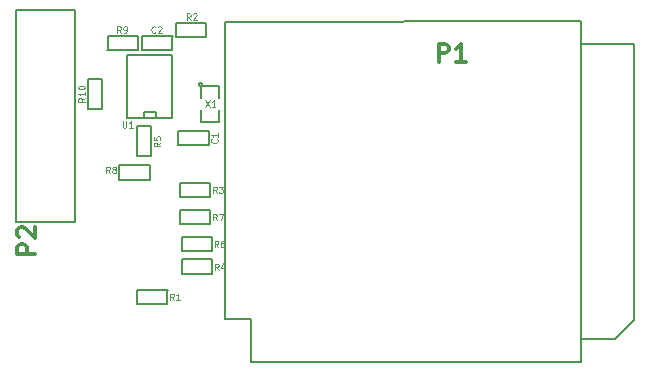
<source format=gto>
G04 (created by PCBNEW-RS274X (2011-07-08 BZR 3044)-stable) date 27/07/2011 21:08:18*
G01*
G70*
G90*
%MOIN*%
G04 Gerber Fmt 3.4, Leading zero omitted, Abs format*
%FSLAX34Y34*%
G04 APERTURE LIST*
%ADD10C,0.006000*%
%ADD11C,0.005000*%
%ADD12C,0.011800*%
%ADD13C,0.004300*%
G04 APERTURE END LIST*
G54D10*
G54D11*
X26201Y-20838D02*
X26201Y-22413D01*
X24233Y-22413D02*
X24233Y-20838D01*
X26201Y-23200D02*
X26201Y-22412D01*
X24233Y-23200D02*
X24233Y-22412D01*
X26201Y-23200D02*
X26201Y-27924D01*
X26201Y-27924D02*
X24233Y-27924D01*
X24233Y-27924D02*
X24233Y-23200D01*
X24233Y-20837D02*
X26201Y-20837D01*
X30427Y-23322D02*
X30426Y-23331D01*
X30423Y-23341D01*
X30418Y-23349D01*
X30412Y-23357D01*
X30404Y-23363D01*
X30396Y-23368D01*
X30387Y-23370D01*
X30377Y-23371D01*
X30368Y-23371D01*
X30359Y-23368D01*
X30350Y-23363D01*
X30343Y-23357D01*
X30336Y-23350D01*
X30332Y-23341D01*
X30329Y-23332D01*
X30328Y-23322D01*
X30328Y-23313D01*
X30331Y-23304D01*
X30335Y-23295D01*
X30342Y-23288D01*
X30349Y-23281D01*
X30357Y-23277D01*
X30367Y-23274D01*
X30376Y-23273D01*
X30385Y-23273D01*
X30395Y-23276D01*
X30403Y-23280D01*
X30411Y-23286D01*
X30417Y-23294D01*
X30422Y-23302D01*
X30425Y-23311D01*
X30426Y-23321D01*
X30427Y-23322D01*
X30377Y-23772D02*
X30377Y-23372D01*
X30377Y-23372D02*
X30977Y-23372D01*
X30977Y-23372D02*
X30977Y-23772D01*
X30977Y-24172D02*
X30977Y-24572D01*
X30977Y-24572D02*
X30377Y-24572D01*
X30377Y-24572D02*
X30377Y-24172D01*
X29381Y-24452D02*
X29431Y-24452D01*
X29431Y-24452D02*
X29431Y-22352D01*
X27931Y-22352D02*
X27931Y-24452D01*
X27931Y-24452D02*
X29381Y-24452D01*
X28481Y-24452D02*
X28481Y-24252D01*
X28481Y-24252D02*
X28881Y-24252D01*
X28881Y-24252D02*
X28881Y-24452D01*
X27931Y-22352D02*
X29431Y-22352D01*
X28292Y-21697D02*
X27288Y-21697D01*
X27268Y-22169D02*
X28292Y-22169D01*
X28292Y-22169D02*
X28292Y-21697D01*
X27279Y-22165D02*
X27279Y-21705D01*
X29634Y-25354D02*
X30638Y-25354D01*
X30658Y-24882D02*
X29634Y-24882D01*
X29634Y-24882D02*
X29634Y-25354D01*
X30647Y-24886D02*
X30647Y-25346D01*
X28417Y-22169D02*
X29421Y-22169D01*
X29441Y-21697D02*
X28417Y-21697D01*
X28417Y-21697D02*
X28417Y-22169D01*
X29430Y-21701D02*
X29430Y-22161D01*
X44824Y-31172D02*
X44824Y-21992D01*
X44824Y-21992D02*
X43064Y-21992D01*
X44184Y-31812D02*
X43084Y-31812D01*
X44184Y-31812D02*
X44824Y-31172D01*
X43064Y-21212D02*
X43064Y-32592D01*
X43064Y-32592D02*
X32064Y-32592D01*
X32064Y-32592D02*
X32064Y-32412D01*
X31204Y-21232D02*
X43064Y-21212D01*
X32064Y-32392D02*
X32064Y-31132D01*
X32064Y-31132D02*
X31204Y-31132D01*
X31204Y-31132D02*
X31204Y-21232D01*
X28256Y-30645D02*
X29260Y-30645D01*
X29280Y-30173D02*
X28256Y-30173D01*
X28256Y-30173D02*
X28256Y-30645D01*
X29269Y-30177D02*
X29269Y-30637D01*
X29547Y-21740D02*
X30551Y-21740D01*
X30571Y-21268D02*
X29547Y-21268D01*
X29547Y-21268D02*
X29547Y-21740D01*
X30560Y-21272D02*
X30560Y-21732D01*
X30701Y-26618D02*
X29697Y-26618D01*
X29677Y-27090D02*
X30701Y-27090D01*
X30701Y-27090D02*
X30701Y-26618D01*
X29688Y-27086D02*
X29688Y-26626D01*
X30772Y-29158D02*
X29768Y-29158D01*
X29748Y-29630D02*
X30772Y-29630D01*
X30772Y-29630D02*
X30772Y-29158D01*
X29759Y-29626D02*
X29759Y-29166D01*
X28252Y-24705D02*
X28252Y-25709D01*
X28724Y-25729D02*
X28724Y-24705D01*
X28724Y-24705D02*
X28252Y-24705D01*
X28720Y-25718D02*
X28260Y-25718D01*
X29748Y-28870D02*
X30752Y-28870D01*
X30772Y-28398D02*
X29748Y-28398D01*
X29748Y-28398D02*
X29748Y-28870D01*
X30761Y-28402D02*
X30761Y-28862D01*
X29677Y-27980D02*
X30681Y-27980D01*
X30701Y-27508D02*
X29677Y-27508D01*
X29677Y-27508D02*
X29677Y-27980D01*
X30690Y-27512D02*
X30690Y-27972D01*
X27673Y-26496D02*
X28677Y-26496D01*
X28697Y-26024D02*
X27673Y-26024D01*
X27673Y-26024D02*
X27673Y-26496D01*
X28686Y-26028D02*
X28686Y-26488D01*
X27106Y-24158D02*
X27106Y-23154D01*
X26634Y-23134D02*
X26634Y-24158D01*
X26634Y-24158D02*
X27106Y-24158D01*
X26638Y-23145D02*
X27098Y-23145D01*
G54D12*
X24857Y-28979D02*
X24266Y-28979D01*
X24266Y-28754D01*
X24294Y-28698D01*
X24322Y-28670D01*
X24378Y-28642D01*
X24463Y-28642D01*
X24519Y-28670D01*
X24547Y-28698D01*
X24575Y-28754D01*
X24575Y-28979D01*
X24322Y-28416D02*
X24294Y-28388D01*
X24266Y-28332D01*
X24266Y-28191D01*
X24294Y-28135D01*
X24322Y-28107D01*
X24378Y-28079D01*
X24435Y-28079D01*
X24519Y-28107D01*
X24857Y-28445D01*
X24857Y-28079D01*
G54D13*
X30532Y-23858D02*
X30677Y-24075D01*
X30677Y-23858D02*
X30532Y-24075D01*
X30873Y-24075D02*
X30749Y-24075D01*
X30811Y-24075D02*
X30811Y-23858D01*
X30791Y-23889D01*
X30770Y-23910D01*
X30749Y-23920D01*
X27776Y-24547D02*
X27776Y-24723D01*
X27786Y-24744D01*
X27796Y-24754D01*
X27817Y-24764D01*
X27858Y-24764D01*
X27879Y-24754D01*
X27889Y-24744D01*
X27900Y-24723D01*
X27900Y-24547D01*
X28116Y-24764D02*
X27992Y-24764D01*
X28054Y-24764D02*
X28054Y-24547D01*
X28034Y-24578D01*
X28013Y-24599D01*
X27992Y-24609D01*
X27724Y-21611D02*
X27651Y-21508D01*
X27600Y-21611D02*
X27600Y-21394D01*
X27682Y-21394D01*
X27703Y-21405D01*
X27713Y-21415D01*
X27724Y-21436D01*
X27724Y-21467D01*
X27713Y-21487D01*
X27703Y-21498D01*
X27682Y-21508D01*
X27600Y-21508D01*
X27827Y-21611D02*
X27868Y-21611D01*
X27889Y-21601D01*
X27899Y-21591D01*
X27920Y-21560D01*
X27930Y-21518D01*
X27930Y-21436D01*
X27920Y-21415D01*
X27910Y-21405D01*
X27889Y-21394D01*
X27848Y-21394D01*
X27827Y-21405D01*
X27817Y-21415D01*
X27806Y-21436D01*
X27806Y-21487D01*
X27817Y-21508D01*
X27827Y-21518D01*
X27848Y-21529D01*
X27889Y-21529D01*
X27910Y-21518D01*
X27920Y-21508D01*
X27930Y-21487D01*
X30921Y-25146D02*
X30931Y-25157D01*
X30941Y-25188D01*
X30941Y-25208D01*
X30931Y-25239D01*
X30910Y-25260D01*
X30890Y-25270D01*
X30848Y-25281D01*
X30817Y-25281D01*
X30776Y-25270D01*
X30755Y-25260D01*
X30735Y-25239D01*
X30724Y-25208D01*
X30724Y-25188D01*
X30735Y-25157D01*
X30745Y-25146D01*
X30941Y-24940D02*
X30941Y-25064D01*
X30941Y-25002D02*
X30724Y-25002D01*
X30755Y-25022D01*
X30776Y-25043D01*
X30786Y-25064D01*
X28874Y-21591D02*
X28863Y-21601D01*
X28832Y-21611D01*
X28812Y-21611D01*
X28781Y-21601D01*
X28760Y-21580D01*
X28750Y-21560D01*
X28739Y-21518D01*
X28739Y-21487D01*
X28750Y-21446D01*
X28760Y-21425D01*
X28781Y-21405D01*
X28812Y-21394D01*
X28832Y-21394D01*
X28863Y-21405D01*
X28874Y-21415D01*
X28956Y-21415D02*
X28967Y-21405D01*
X28987Y-21394D01*
X29039Y-21394D01*
X29060Y-21405D01*
X29070Y-21415D01*
X29080Y-21436D01*
X29080Y-21456D01*
X29070Y-21487D01*
X28946Y-21611D01*
X29080Y-21611D01*
G54D12*
X38312Y-22566D02*
X38312Y-21975D01*
X38537Y-21975D01*
X38593Y-22003D01*
X38621Y-22031D01*
X38649Y-22087D01*
X38649Y-22172D01*
X38621Y-22228D01*
X38593Y-22256D01*
X38537Y-22284D01*
X38312Y-22284D01*
X39212Y-22566D02*
X38875Y-22566D01*
X39043Y-22566D02*
X39043Y-21975D01*
X38987Y-22059D01*
X38931Y-22115D01*
X38875Y-22144D01*
G54D13*
X29488Y-30516D02*
X29415Y-30413D01*
X29364Y-30516D02*
X29364Y-30299D01*
X29446Y-30299D01*
X29467Y-30310D01*
X29477Y-30320D01*
X29488Y-30341D01*
X29488Y-30372D01*
X29477Y-30392D01*
X29467Y-30403D01*
X29446Y-30413D01*
X29364Y-30413D01*
X29694Y-30516D02*
X29570Y-30516D01*
X29632Y-30516D02*
X29632Y-30299D01*
X29612Y-30330D01*
X29591Y-30351D01*
X29570Y-30361D01*
X30043Y-21174D02*
X29970Y-21071D01*
X29919Y-21174D02*
X29919Y-20957D01*
X30001Y-20957D01*
X30022Y-20968D01*
X30032Y-20978D01*
X30043Y-20999D01*
X30043Y-21030D01*
X30032Y-21050D01*
X30022Y-21061D01*
X30001Y-21071D01*
X29919Y-21071D01*
X30125Y-20978D02*
X30136Y-20968D01*
X30156Y-20957D01*
X30208Y-20957D01*
X30229Y-20968D01*
X30239Y-20978D01*
X30249Y-20999D01*
X30249Y-21019D01*
X30239Y-21050D01*
X30115Y-21174D01*
X30249Y-21174D01*
X30920Y-26949D02*
X30847Y-26846D01*
X30796Y-26949D02*
X30796Y-26732D01*
X30878Y-26732D01*
X30899Y-26743D01*
X30909Y-26753D01*
X30920Y-26774D01*
X30920Y-26805D01*
X30909Y-26825D01*
X30899Y-26836D01*
X30878Y-26846D01*
X30796Y-26846D01*
X30992Y-26732D02*
X31126Y-26732D01*
X31054Y-26815D01*
X31085Y-26815D01*
X31106Y-26825D01*
X31116Y-26836D01*
X31126Y-26856D01*
X31126Y-26908D01*
X31116Y-26929D01*
X31106Y-26939D01*
X31085Y-26949D01*
X31023Y-26949D01*
X31002Y-26939D01*
X30992Y-26929D01*
X30976Y-29513D02*
X30903Y-29410D01*
X30852Y-29513D02*
X30852Y-29296D01*
X30934Y-29296D01*
X30955Y-29307D01*
X30965Y-29317D01*
X30976Y-29338D01*
X30976Y-29369D01*
X30965Y-29389D01*
X30955Y-29400D01*
X30934Y-29410D01*
X30852Y-29410D01*
X31162Y-29369D02*
X31162Y-29513D01*
X31110Y-29286D02*
X31058Y-29441D01*
X31193Y-29441D01*
X29036Y-25268D02*
X28933Y-25341D01*
X29036Y-25392D02*
X28819Y-25392D01*
X28819Y-25310D01*
X28830Y-25289D01*
X28840Y-25279D01*
X28861Y-25268D01*
X28892Y-25268D01*
X28912Y-25279D01*
X28923Y-25289D01*
X28933Y-25310D01*
X28933Y-25392D01*
X28819Y-25072D02*
X28819Y-25175D01*
X28923Y-25186D01*
X28912Y-25175D01*
X28902Y-25155D01*
X28902Y-25103D01*
X28912Y-25082D01*
X28923Y-25072D01*
X28943Y-25062D01*
X28995Y-25062D01*
X29016Y-25072D01*
X29026Y-25082D01*
X29036Y-25103D01*
X29036Y-25155D01*
X29026Y-25175D01*
X29016Y-25186D01*
X30971Y-28753D02*
X30898Y-28650D01*
X30847Y-28753D02*
X30847Y-28536D01*
X30929Y-28536D01*
X30950Y-28547D01*
X30960Y-28557D01*
X30971Y-28578D01*
X30971Y-28609D01*
X30960Y-28629D01*
X30950Y-28640D01*
X30929Y-28650D01*
X30847Y-28650D01*
X31157Y-28536D02*
X31115Y-28536D01*
X31095Y-28547D01*
X31084Y-28557D01*
X31064Y-28588D01*
X31053Y-28629D01*
X31053Y-28712D01*
X31064Y-28733D01*
X31074Y-28743D01*
X31095Y-28753D01*
X31136Y-28753D01*
X31157Y-28743D01*
X31167Y-28733D01*
X31177Y-28712D01*
X31177Y-28660D01*
X31167Y-28640D01*
X31157Y-28629D01*
X31136Y-28619D01*
X31095Y-28619D01*
X31074Y-28629D01*
X31064Y-28640D01*
X31053Y-28660D01*
X30917Y-27859D02*
X30844Y-27756D01*
X30793Y-27859D02*
X30793Y-27642D01*
X30875Y-27642D01*
X30896Y-27653D01*
X30906Y-27663D01*
X30917Y-27684D01*
X30917Y-27715D01*
X30906Y-27735D01*
X30896Y-27746D01*
X30875Y-27756D01*
X30793Y-27756D01*
X30989Y-27642D02*
X31134Y-27642D01*
X31041Y-27859D01*
X27354Y-26284D02*
X27281Y-26181D01*
X27230Y-26284D02*
X27230Y-26067D01*
X27312Y-26067D01*
X27333Y-26078D01*
X27343Y-26088D01*
X27354Y-26109D01*
X27354Y-26140D01*
X27343Y-26160D01*
X27333Y-26171D01*
X27312Y-26181D01*
X27230Y-26181D01*
X27478Y-26160D02*
X27457Y-26150D01*
X27447Y-26140D01*
X27436Y-26119D01*
X27436Y-26109D01*
X27447Y-26088D01*
X27457Y-26078D01*
X27478Y-26067D01*
X27519Y-26067D01*
X27540Y-26078D01*
X27550Y-26088D01*
X27560Y-26109D01*
X27560Y-26119D01*
X27550Y-26140D01*
X27540Y-26150D01*
X27519Y-26160D01*
X27478Y-26160D01*
X27457Y-26171D01*
X27447Y-26181D01*
X27436Y-26202D01*
X27436Y-26243D01*
X27447Y-26264D01*
X27457Y-26274D01*
X27478Y-26284D01*
X27519Y-26284D01*
X27540Y-26274D01*
X27550Y-26264D01*
X27560Y-26243D01*
X27560Y-26202D01*
X27550Y-26181D01*
X27540Y-26171D01*
X27519Y-26160D01*
X26516Y-23777D02*
X26413Y-23850D01*
X26516Y-23901D02*
X26299Y-23901D01*
X26299Y-23819D01*
X26310Y-23798D01*
X26320Y-23788D01*
X26341Y-23777D01*
X26372Y-23777D01*
X26392Y-23788D01*
X26403Y-23798D01*
X26413Y-23819D01*
X26413Y-23901D01*
X26516Y-23571D02*
X26516Y-23695D01*
X26516Y-23633D02*
X26299Y-23633D01*
X26330Y-23653D01*
X26351Y-23674D01*
X26361Y-23695D01*
X26299Y-23436D02*
X26299Y-23415D01*
X26310Y-23395D01*
X26320Y-23384D01*
X26341Y-23374D01*
X26382Y-23364D01*
X26434Y-23364D01*
X26475Y-23374D01*
X26496Y-23384D01*
X26506Y-23395D01*
X26516Y-23415D01*
X26516Y-23436D01*
X26506Y-23457D01*
X26496Y-23467D01*
X26475Y-23477D01*
X26434Y-23488D01*
X26382Y-23488D01*
X26341Y-23477D01*
X26320Y-23467D01*
X26310Y-23457D01*
X26299Y-23436D01*
M02*

</source>
